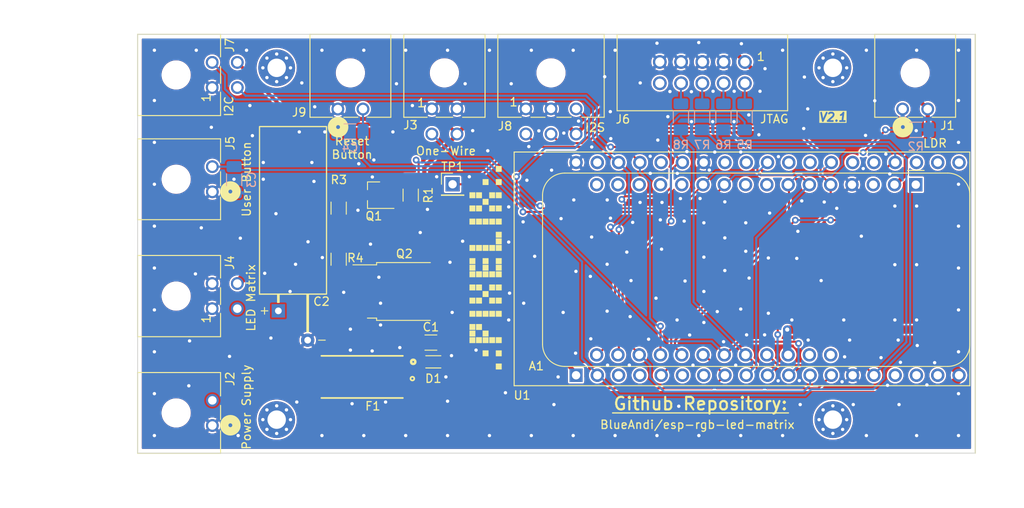
<source format=kicad_pcb>
(kicad_pcb (version 20221018) (generator pcbnew)
  (title_block (title "Pixelix") (date "2024-02-02") (rev "V2.1") (comment 1 "Schneider, Niklas"))
  (layers (0 "F.Cu" signal) (31 "B.Cu" signal) (34 "B.Paste" user) (35 "F.Paste" user) (36 "B.SilkS" user "B.Silkscreen") (37 "F.SilkS" user "F.Silkscreen") (38 "B.Mask" user) (39 "F.Mask" user) (44 "Edge.Cuts" user))
  (net 0 "")
  (net 1 "+3V3")
  (net 2 "GND")
  (net 3 "/LDR-ANALOG-IN")
  (net 4 "/I2S_WS")
  (net 5 "/I2S_CLK")
  (net 6 "/USER-BUTTON")
  (net 7 "/SDA")
  (net 8 "/SCL")
  (net 9 "/MTMS")
  (net 10 "/MTDO")
  (net 11 "/I2S_Data_IN")
  (net 12 "/LV-DATA-OUT")
  (net 13 "/MTDI")
  (net 14 "/MTCK")
  (net 15 "/RESET")
  (net 17 "/VCC-PROTECTED")
  (net 19 "/HV-DATA-OUT")
  (net 21 "/ONE-Wire_DHT_IN")
  (net 29 "Net-(Q2-D)")
  (net 30 "Net-(J2-Pin_2)")
  (net 31 "Net-(J6-Pin_2)")
  (net 32 "Net-(J6-Pin_4)")
  (net 33 "Net-(J6-Pin_6)")
  (net 34 "Net-(J6-Pin_8)")
  (net 36 "Net-(Q2-G)")
  (net 59 "/TEST_Pin")
  (footprint "footprints:FUSE_0154004.DR" (layer "F.Cu") (at 127.8 111 180)
    (fp_text reference "F1")
    (fp_text value "4A")
  )
  (footprint "footprints:66200421022" (layer "F.Cu") (at 105.6001 74.9501 -90)
    (fp_text reference "J7")
    (fp_text value "Conn_02x02")
  )
  (footprint "footprints:66200211022" (layer "F.Cu") (at 193.8251 74.7001 180)
    (fp_text reference "J1")
    (fp_text value "Conn_01x02" hide)
  )
  (footprint "footprints:66200621022" (layer "F.Cu") (at 150.3501 74.7001 180)
    (fp_text reference "J8")
    (fp_text value "Conn_02x03")
  )
  (footprint "footprints:CP_Radial_D8.0mm_P3.50mm_horizontal" (layer "F.Cu") (at 117.8 101.1125)
    (fp_text reference "C2")
    (fp_text value "1000u / 16V")
  )
  (footprint "Resistor_SMD:R_1206_3216Metric_Pad1.30x1.75mm_HandSolder" (layer "F.Cu") (at 133.6 89.3 90)
    (fp_text reference "R1")
    (fp_text value "10k")
  )
  (footprint "MountingHole:MountingHole_2.2mm_M2_Pad_Via" (layer "F.Cu") (at 117.6 116.1)
    (fp_text reference "H1" hide)
    (fp_text value "MountingHole_Pad" hide)
  )
  (footprint "Connector_PinHeader_2.54mm:PinHeader_1x01_P2.54mm_Vertical" (layer "F.Cu") (at 138.6001 88.0001)
    (fp_text reference "TP1")
    (fp_text value "TestPoint")
  )
  (footprint "Capacitor_SMD:C_1206_3216Metric_Pad1.33x1.80mm_HandSolder" (layer "F.Cu") (at 136.01 106.9)
    (fp_text reference "C1")
    (fp_text value "100n")
  )
  (footprint "MountingHole:MountingHole_2.2mm_M2_Pad_Via" (layer "F.Cu") (at 184 74.1)
    (fp_text reference "H4" hide)
    (fp_text value "MountingHole_Pad" hide)
  )
  (footprint "footprints:Adafruit_Feather_V2_ESP32" (layer "F.Cu") (at 193.9 88.0475 -90)
    (fp_text reference "A1")
    (fp_text value "Adafruit_Feather_V2_ESP32")
  )
  (footprint "MountingHole:MountingHole_2.2mm_M2_Pad_Via" (layer "F.Cu") (at 117.6 74.1)
    (fp_text reference "H3" hide)
    (fp_text value "MountingHole_Pad" hide)
  )
  (footprint "footprints:66200211022" (layer "F.Cu") (at 105.6001 87.4001 -90)
    (fp_text reference "J5")
    (fp_text value "Conn_01x02")
  )
  (footprint "footprints:66200211022" (layer "F.Cu") (at 105.6001 115.3001 -90)
    (fp_text reference "J2")
    (fp_text value "Conn_01x02" hide)
  )
  (footprint "Package_TO_SOT_SMD:TO-252-3_TabPin2" (layer "F.Cu") (at 132.8401 100.8)
    (fp_text reference "Q2")
    (fp_text value "PMOS_GDS_STD26P3LLH6")
  )
  (footprint "footprints:66200421022" (layer "F.Cu") (at 105.6001 101.3501 -90)
    (fp_text reference "J4")
    (fp_text value "Conn_02x02")
  )
  (footprint "footprints:66200211022" (layer "F.Cu") (at 126.4001 74.7001 180)
    (fp_text reference "J9")
    (fp_text value "Conn_01x02")
  )
  (footprint "MountingHole:MountingHole_2.2mm_M2_Pad_Via" (layer "F.Cu") (at 184 116.1)
    (fp_text reference "H2" hide)
    (fp_text value "MountingHole_Pad" hide)
  )
  (footprint "Resistor_SMD:R_1206_3216Metric_Pad1.30x1.75mm_HandSolder" (layer "F.Cu") (at 125.0001 90.8501 90)
    (fp_text reference "R3")
    (fp_text value "1.2k")
  )
  (footprint "footprints:66200421022" (layer "F.Cu") (at 137.6251 74.7001 180)
    (fp_text reference "J3")
    (fp_text value "Conn_02x02")
  )
  (footprint "footprints:Pixelix_Logo_footprint" (layer "F.Cu") (at 142.5001 98.0001 90)
    (fp_text reference "G***" hide)
    (fp_text value "LOGO" hide)
  )
  (footprint "Package_TO_SOT_SMD:SOT-23_Handsoldering" (layer "F.Cu") (at 129.2 89.3 180)
    (fp_text reference "Q1")
    (fp_text value "NMOS_GSD_BSS138")
  )
  (footprint "footprints:MODULE_ESP32-DEVKITC-32D" (layer "F.Cu") (at 173.1 98.1 90)
    (fp_text reference "U1")
    (fp_text value "ESP32-DEVKITC-32D")
  )
  (footprint "Resistor_SMD:R_1206_3216Metric_Pad1.30x1.75mm_HandSolder" (layer "F.Cu") (at 125 96.95 90)
    (fp_text reference "R4")
    (fp_text value "100k")
  )
  (footprint "footprints:61201021621" (layer "F.Cu") (at 168.4201 74.6701 180)
    (fp_text reference "J6")
    (fp_text value "Conn_02x05_Odd_Even")
  )
  (footprint "footprints:CDSOD323-T05C" (layer "F.Cu") (at 136.3 109.2)
    (fp_text reference "D1")
    (fp_text value "CDSOD323-T05C")
  )
  (footprint "Resistor_SMD:R_1206_3216Metric_Pad1.30x1.75mm_HandSolder" (layer "B.Cu") (at 170.933332 79.95 -90)
    (fp_text reference "R6")
    (fp_text value "100")
  )
  (footprint "Capacitor_SMD:C_1206_3216Metric_Pad1.33x1.80mm_HandSolder" (layer "B.Cu") (at 112.5221 87.4601 -90)
    (fp_text reference "C3")
    (fp_text value "100n")
  )
  (footprint "Resistor_SMD:R_1206_3216Metric_Pad1.30x1.75mm_HandSolder" (layer "B.Cu") (at 173.47 79.95 -90)
    (fp_text reference "R5")
    (fp_text value "100")
  )
  (footprint "Resistor_SMD:R_1206_3216Metric_Pad1.30x1.75mm_HandSolder" (layer "B.Cu") (at 165.86 79.95 -90)
    (fp_text reference "R8")
    (fp_text value "100")
  )
  (footprint "Resistor_SMD:R_1206_3216Metric_Pad1.30x1.75mm_HandSolder" (layer "B.Cu") (at 168.396666 79.95 -90)
    (fp_text reference "R7")
    (fp_text value "100")
  )
  (footprint "Capacitor_SMD:C_1206_3216Metric_Pad1.33x1.80mm_HandSolder" (layer "B.Cu") (at 126.3501 81.7001 180)
    (fp_text reference "C4")
    (fp_text value "100n")
  )
  (footprint "Resistor_SMD:R_1206_3216Metric_Pad1.30x1.75mm_HandSolder" (layer "B.Cu") (at 193.9001 81.5001)
    (fp_text reference "R2")
    (fp_text value "1k")
  )
  (gr_line (start 201 70.1) (end 201 120.1) (stroke (width 0.15)) (layer "F.SilkS"))
  (gr_line (start 157.7 115.3001) (end 178.7 115.3001) (stroke (width 0.15)) (layer "F.SilkS"))
  (gr_rect (start 101 70.1) (end 201 120.1) (stroke (width 0.1)) (fill none) (layer "Edge.Cuts"))
  (gr_text "I2C" (at 111.9001 78.7001 90) (layer "F.SilkS") (effects (font (size 1 1))))
  (gr_text "Reset\nButton" (at 126.6 83.65) (layer "F.SilkS") (effects (font (size 1 1))))
  (gr_text "Github Repository:" (at 168.2 114.2001) (layer "F.SilkS") (effects (font (size 1.5 1.5) (thickness 0.25))))
  (gr_text "LDR" (at 196.19 83.1) (layer "F.SilkS") (effects (font (size 1 1))))
  (gr_text "One-Wire" (at 137.8101 84.0201) (layer "F.SilkS") (effects (font (size 1 1))))
  (gr_text "Power Supply" (at 114 114.6 90) (layer "F.SilkS") (effects (font (size 1 1))))
  (gr_text "User Button" (at 114 87.400001 90) (layer "F.SilkS") (effects (font (size 1 1))))
  (gr_text "LED Matrix" (at 114.5301 101.5601 90) (layer "F.SilkS") (effects (font (size 1 1))))
  (gr_text "BlueAndi/esp-rgb-led-matrix " (at 168.2 116.7001) (layer "F.SilkS") (effects (font (size 1 1))))
  (gr_text "JTAG" (at 177.0101 80.2101) (layer "F.SilkS") (effects (font (size 1 1))))
  (gr_text "V2.1" (at 184.0001 80.0001) (layer "F.SilkS" knockout) (effects (font (size 1 1) (thickness 0.2125) italic)))
  (gr_text "I2S" (at 155.6201 81.2201) (layer "F.SilkS") (effects (font (size 1 1))))
  (segment (start 192.7 84.875) (end 192.7 86.8075) (width 0.5) (layer "F.Cu") (net 1))
  (segment (start 135.2251 85.976982) (end 135.2251 89.2249) (width 0.5) (layer "F.Cu") (net 1))
  (segment (start 193.4851 77.1801) (end 177.2801 77.1801) (width 0.5) (layer "F.Cu") (net 1))
  (segment (start 137.9601 80.8351) (end 120.2851 80.8351) (width 0.4) (layer "F.Cu") (net 1))
  (segment (start 139.1251 82.0001) (end 137.9601 80.8351) (width 0.4) (layer "F.Cu") (net 1))
  (segment (start 160.9951 72.1251) (end 157.11 76.0102) (width 0.5) (layer "F.Cu") (net 1))
  (segment (start 153.3501 82.0001) (end 151.9601 80.6101) (width 0.5) (layer "F.Cu") (net 1))
  (segment (start 133.78 90.98) (end 153.34 110.54) (width 0.5) (layer "F.Cu") (net 1))
  (segment (start 177.2801 77.1801) (end 172.2251 72.1251) (width 0.5) (layer "F.Cu") (net 1))
  (segment (start 135.2251 89.2249) (end 133.6 90.85) (width 0.5) (layer "F.Cu") (net 1))
  (segment (start 151.9601 80.6101) (end 140.5151 80.6101) (width 0.5) (layer "F.Cu") (net 1))
  (segment (start 195.3251 79.0201) (end 195.3251 82.2499) (width 0.5) (layer "F.Cu") (net 1))
  (segment (start 195.3251 82.2499) (end 192.7 84.875) (width 0.5) (layer "F.Cu") (net 1))
  (segment (start 133.78 90.85) (end 133.78 90.98) (width 0.5) (layer "F.Cu") (net 1))
  (segment (start 133.6 90.85) (end 133.78 90.85) (width 1) (layer "F.Cu") (net 1))
  (segment (start 153.34 110.54) (end 153.34 110.8) (width 0.5) (layer "F.Cu") (net 1))
  (segment (start 157.11 76.0102) (end 157.11 78.2402) (width 0.5) (layer "F.Cu") (net 1))
  (segment (start 139.1251 82.0001) (end 139.1251 82.076982) (width 0.5) (layer "F.Cu") (net 1))
  (segment (start 139.1251 82.076982) (end 135.2251 85.976982) (width 0.5) (layer "F.Cu") (net 1))
  (segment (start 120.2851 80.8351) (end 112.9001 73.4501) (width 0.4) (layer "F.Cu") (net 1))
  (segment (start 195.3251 79.0201) (end 193.4851 77.1801) (width 0.5) (layer "F.Cu") (net 1))
  (segment (start 172.2251 72.1251) (end 160.9951 72.1251) (width 0.5) (layer "F.Cu") (net 1))
  (segment (start 140.5151 80.6101) (end 139.1251 82.0001) (width 0.5) (layer "F.Cu") (net 1))
  (segment (start 157.11 78.2402) (end 153.3501 82.0001) (width 0.5) (layer "F.Cu") (net 1))
  (segment (start 192.7 86.8075) (end 191.46 88.0475) (width 0.5) (layer "F.Cu") (net 1))
  (via (at 145.4001 101.0001) (size 0.8) (drill 0.4) (layers "F.Cu" "B.Cu") (net 2))
  (via (at 194 118) (size 0.8) (drill 0.4) (layers "F.Cu" "B.Cu") (net 2))
  (via (at 113 118) (size 0.8) (drill 0.4) (layers "F.Cu" "B.Cu") (net 2))
  (via (at 103 78) (size 0.8) (drill 0.4) (layers "F.Cu" "B.Cu") (net 2))
  (via (at 114.4 78.604101) (size 0.8) (drill 0.4) (layers "F.Cu" "B.Cu") (net 2))
  (via (at 190.3251 84.4001) (size 0.8) (drill 0.4) (layers "F.Cu" "B.Cu") (net 2))
  (via (at 129.2 85.1) (size 0.8) (drill 0.4) (layers "F.Cu" "B.Cu") (net 2))
  (via (at 133 72) (size 0.8) (drill 0.4) (layers "F.Cu" "B.Cu") (net 2))
  (via (at 153 118) (size 0.8) (drill 0.4) (layers "F.Cu" "B.Cu") (net 2))
  (via (at 103 93) (size 0.8) (drill 0.4) (layers "F.Cu" "B.Cu") (net 2))
  (via (at 166.9 106) (size 0.8) (drill 0.4) (layers "F.Cu" "B.Cu") (net 2))
  (via (at 175.17 82.09) (size 0.8) (drill 0.4) (layers "F.Cu" "B.Cu") (net 2))
  (via (at 117.511961 91.511961) (size 0.8) (drill 0.4) (layers "F.Cu" "B.Cu") (net 2))
  (via (at 180.6 75.2) (size 0.8) (drill 0.4) (layers "F.Cu" "B.Cu") (net 2))
  (via (at 191.4 104.2) (size 0.8) (drill 0.4) (layers "F.Cu" "B.Cu") (net 2))
  (via (at 145.6 76) (size 0.8) (drill 0.4) (layers "F.Cu" "B.Cu") (net 2))
  (via (at 137.8 111) (size 0.8) (drill 0.4) (layers "F.Cu" "B.Cu") (net 2))
  (via (at 129 107.9) (size 0.8) (drill 0.4) (layers "F.Cu" "B.Cu") (net 2))
  (via (at 179.8201 93.6201) (size 0.8) (drill 0.4) (layers "F.Cu" "B.Cu") (net 2))
  (via (at 107.9 98.7) (size 0.8) (drill 0.4) (layers "F.Cu" "B.Cu") (net 2))
  (via (at 194 72) (size 0.8) (drill 0.4) (layers "F.Cu" "B.Cu") (net 2))
  (via (at 187.4 94.2) (size 0.8) (drill 0.4) (layers "F.Cu" "B.Cu") (net 2))
  (via (at 143 72) (size 0.8) (drill 0.4) (layers "F.Cu" "B.Cu") (net 2))
  (via (at 157.431141 79.331141) (size 0.8) (drill 0.4) (layers "F.Cu" "B.Cu") (net 2))
  (via (at 196.1501 109.3001) (size 0.8) (drill 0.4) (layers "F.Cu" "B.Cu") (net 2))
  (via (at 103 98) (size 0.8) (drill 0.4) (layers "F.Cu" "B.Cu") (net 2))
  (via (at 176.4501 91.4401) (size 0.8) (drill 0.4) (layers "F.Cu" "B.Cu") (net 2))
  (via (at 187.9 82.1655) (size 0.8) (drill 0.4) (layers "F.Cu" "B.Cu") (net 2))
  (via (at 129.02 87.13) (size 0.8) (drill 0.4) (layers "F.Cu" "B.Cu") (net 2))
  (via (at 162 106.5) (size 0.8) (drill 0.4) (layers "F.Cu" "B.Cu") (net 2))
  (via (at 175.85 105.9755) (size 0.8) (drill 0.4) (layers "F.Cu" "B.Cu") (net 2))
  (via (at 158 72) (size 0.8) (drill 0.4) (layers "F.Cu" "B.Cu") (net 2))
  (via (at 145.3001 104.2001) (size 0.8) (drill 0.4) (layers "F.Cu" "B.Cu") (net 2))
  (via (at 181.05 106.6) (size 0.8) (drill 0.4) (layers "F.Cu" "B.Cu") (net 2))
  (via (at 191.4 97.6) (size 0.8) (drill 0.4) (layers "F.Cu" "B.Cu") (net 2))
  (via (at 132.3 107.5) (size 0.8) (drill 0.4) (layers "F.Cu" "B.Cu") (net 2))
  (via (at 119.2 100.8) (size 0.8) (drill 0.4) (layers "F.Cu" "B.Cu") (net 2))
  (via (at 160.9801 90.1701) (size 0.8) (drill 0.4) (layers "F.Cu" "B.Cu") (net 2))
  (via (at 163.1 82.724011) (size 0.8) (drill 0.4) (layers "F.Cu" "B.Cu") (net 2))
  (via (at 168.6 92.6) (size 0.8) (drill 0.4) (layers "F.Cu" "B.Cu") (net 2))
  (via (at 159.8 103.8) (size 0.8) (drill 0.4) (layers "F.Cu" "B.Cu") (net 2))
  (via (at 151.2 111) (size 0.8) (drill 0.4) (layers "F.Cu" "B.Cu") (net 2))
  (via (at 173 118) (size 0.8) (drill 0.4) (layers "F.Cu" "B.Cu") (net 2))
  (via (at 190.5251 112.0001) (size 0.8) (drill 0.4) (layers "F.Cu" "B.Cu") (net 2))
  (via (at 155.2101 83.5505) (size 0.8) (drill 0.4) (layers "F.Cu" "B.Cu") (net 2))
  (via (at 148 118) (size 0.8) (drill 0.4) (layers "F.Cu" "B.Cu") (net 2))
  (via (at 180 111.440989) (size 0.8) (drill 0.4) (layers "F.Cu" "B.Cu") (net 2))
  (via (at 114 72) (size 0.8) (drill 0.4) (layers "F.Cu" "B.Cu") (net 2))
  (via (at 157.05 97.55) (size 0.8) (drill 0.4) (layers "F.Cu" "B.Cu") (net 2))
  (via (at 185.1 111.5755) (size 0.8) (drill 0.4) (layers "F.Cu" "B.Cu") (net 2))
  (via (at 185.3 104.2) (size 0.8) (drill 0.4) (layers "F.Cu" "B.Cu") (net 2))
  (via (at 148.9001 81.6201) (size 0.8) (drill 0.4) (layers "F.Cu" "B.Cu") (net 2))
  (via (at 147.7001 83.5001) (size 0.8) (drill 0.4) (layers "F.Cu" "B.Cu") (net 2))
  (via (at 173.6 96) (size 0.8) (drill 0.4) (layers "F.Cu" "B.Cu") (net 2))
  (via (at 165.4 104.2) (size 0.8) (drill 0.4) (layers "F.Cu" "B.Cu") (net 2))
  (via (at 114.7 82.2) (size 0.8) (drill 0.4) (layers "F.Cu" "B.Cu") (net 2))
  (via (at 157.060186 89.8706) (size 0.8) (drill 0.4) (layers "F.Cu" "B.Cu") (net 2))
  (via (at 116 85.4) (size 0.8) (drill 0.4) (layers "F.Cu" "B.Cu") (net 2))
  (via (at 133.8 78.604101) (size 0.8) (drill 0.4) (layers "F.Cu" "B.Cu") (net 2))
  (via (at 199 72) (size 0.8) (drill 0.4) (layers "F.Cu" "B.Cu") (net 2))
  (via (at 199 78) (size 0.8) (drill 0.4) (layers "F.Cu" "B.Cu") (net 2))
  (via (at 150.417399 86.317399) (size 0.8) (drill 0.4) (layers "F.Cu" "B.Cu") (net 2))
  (via (at 136.7 87.1) (size 0.8) (drill 0.4) (layers "F.Cu" "B.Cu") (net 2))
  (via (at 151.8801 81.8901) (size 0.8) (drill 0.4) (layers "F.Cu" "B.Cu") (net 2))
  (via (at 170.95 106.8) (size 0.8) (drill 0.4) (layers "F.Cu" "B.Cu") (net 2))
  (via (at 140.6001 87.1001) (size 0.8) (drill 0.4) (layers "F.Cu" "B.Cu") (net 2))
  (via (at 150.7 114.3) (size 0.8) (drill 0.4) (layers "F.Cu" "B.Cu") (net 2))
  (via (at 135.6 91) (size 0.8) (drill 0.4) (layers "F.Cu" "B.Cu") (net 2))
  (via (at 109.8 81.2) (size 0.8) (drill 0.4) (layers "F.Cu" "B.Cu") (net 2))
  (via (at 169.65 80.5245) (size 0.8) (drill 0.4) (layers "F.Cu" "B.Cu") (net 2))
  (via (at 173 84.1501) (size 0.8) (drill 0.4) (layers "F.Cu" "B.Cu") (net 2))
  (via (at 103 118) (size 0.8) (drill 0.4) (layers "F.Cu" "B.Cu") (net 2))
  (via (at 194.0751 107.2501) (size 0.8) (drill 0.4) (layers "F.Cu" "B.Cu") (net 2))
  (via (at 173.7 105.9755) (size 0.8) (drill 0.4) (layers "F.Cu" "B.Cu") (net 2))
  (via (at 174 99.2) (size 0.8) (drill 0.4) (layers "F.Cu" "B.Cu") (net 2))
  (via (at 168.6 96.7) (size 0.8) (drill 0.4) (layers "F.Cu" "B.Cu") (net 2))
  (via (at 162.2 86.7) (size 0.8) (drill 0.4) (layers "F.Cu" "B.Cu") (net 2))
  (via (at 144.91 112.89) (size 0.8) (drill 0.4) (layers "F.Cu" "B.Cu") (net 2))
  (via (at 119.852465 97.552465) (size 0.8) (drill 0.4) (layers "F.Cu" "B.Cu") (net 2))
  (via (at 168.6 104.5) (size 0.8) (drill 0.4) (layers "F.Cu" "B.Cu") (net 2))
  (via (at 107.1101 112.0601) (size 0.8) (drill 0.4) (layers "F.Cu" "B.Cu") (net 2))
  (via (at 142.8001 84.0001) (size 0.8) (drill 0.4) (layers "F.Cu" "B.Cu") (net 2))
  (via (at 160.1 92.55) (size 0.8) (drill 0.4) (layers "F.Cu" "B.Cu") (net 2))
  (via (at 128.8 95.15) (size 0.8) (drill 0.4) (layers "F.Cu" "B.Cu") (net 2))
  (via (at 140.1 76) (size 0.8) (drill 0.4) (layers "F.Cu" "B.Cu") (net 2))
  (via (at 163.6001 90.1701) (size 0.8) (drill 0.4) (layers "F.Cu" "B.Cu") (net 2))
  (via (at 178 118) (size 0.8) (drill 0.4) (layers "F.Cu" "B.Cu") (net 2))
  (via (at 123 118) (size 0.8) (drill 0.4) (layers "F.Cu" "B.Cu") (net 2))
  (via (at 138.55 103.3) (size 0.8) (drill 0.4) (layers "F.Cu" "B.Cu") (net 2))
  (via (at 173.96 79.72) (size 0.8) (drill 0.4) (layers "F.Cu" "B.Cu") (net 2))
  (via (at 121.8 85.4) (size 0.8) (drill 0.4) (layers "F.Cu" "B.Cu") (net 2))
  (via (at 103 108) (size 0.8) (drill 0.4) (layers "F.Cu" "B.Cu") (net 2))
  (via (at 167.12 80.5245) (size 0.8) (drill 0.4) (layers "F.Cu" "B.Cu") (net 2))
  (via (at 186 106.6) (size 0.8) (drill 0.4) (layers "F.Cu" "B.Cu") (net 2))
  (via (at 129.8 99.1) (size 0.8) (drill 0.4) (layers "F.Cu" "B.Cu") (net 2))
  (via (at 180.1 114.3) (size 0.8) (drill 0.4) (layers "F.Cu" "B.Cu") (net 2))
  (via (at 180.286049 89.986049) (size 0.8) (drill 0.4) (layers "F.Cu" "B.Cu") (net 2))
  (via (at 182.6 99.5) (size 0.8) (drill 0.4) (layers "F.Cu" "B.Cu") (net 2))
  (via (at 194 104.2) (size 0.8) (drill 0.4) (layers "F.Cu" "B.Cu") (net 2))
  (via (at 199 88) (size 0.8) (drill 0.4) (layers "F.Cu" "B.Cu") (net 2))
  (via (at 199 93) (size 0.8) (drill 0.4) (layers "F.Cu" "B.Cu") (net 2))
  (via (at 168.1445 89.7) (size 0.8) (drill 0.4) (layers "F.Cu" "B.Cu") (net 2))
  (via (at 177.4701 111.4601) (size 0.8) (drill 0.4) (layers "F.Cu" "B.Cu") (net 2))
  (via (at 133 118) (size 0.8) (drill 0.4) (layers "F.Cu" "B.Cu") (net 2))
  (via (at 103 72) (size 0.8) (drill 0.4) (layers "F.Cu" "B.Cu") (net 2))
  (via (at 199 103) (size 0.8) (drill 0.4) (layers "F.Cu" "B.Cu") (net 2))
  (via (at 199 118) (size 0.8) (drill 0.4) (layers "F.Cu" "B.Cu") (net 2))
  (via (at 159.7 109.6) (size 0.8) (drill 0.4) (layers "F.Cu" "B.Cu") (net 2))
  (via (at 163 118) (size 0.8) (drill 0.4) (layers "F.Cu" "B.Cu") (net 2))
  (via (at 177.5 84.7) (size 0.8) (drill 0.4) (layers "F.Cu" "B.Cu") (net 2))
  (via (at 138.287536 97.312464) (size 0.8) (drill 0.4) (layers "F.Cu" "B.Cu") (net 2))
  (via (at 148 72) (size 0.8) (drill 0.4) (layers "F.Cu" "B.Cu") (net 2))
  (via (at 189 78.0296) (size 0.8) (drill 0.4) (layers "F.Cu" "B.Cu") (net 2))
  (via (at 141.0001 81.6001) (size 0.8) (drill 0.4) (layers "F.Cu" "B.Cu") (net 2))
  (via (at 120.6 75.9) (size 0.8) (drill 0.4) (layers "F.Cu" "B.Cu") (net 2))
  (via (at 113.2601 94.4401) (size 0.8) (drill 0.4) (layers "F.Cu" "B.Cu") (net 2))
  (via (at 165.4251 86.7001) (size 0.8) (drill 0.4) (layers "F.Cu" "B.Cu") (net 2))
  (via (at 164.3 79.93) (size 0.8) (drill 0.4) (layers "F.Cu" "B.Cu") (net 2))
  (via (at 159.9 99.5) (size 0.8) (drill 0.4) (layers "F.Cu" "B.Cu") (net 2))
  (via (at 103 103) (size 0.8) (drill 0.4) (layers "F.Cu" "B.Cu") (net 2))
  (via (at 153.069187 89.8706) (size 0.8) (drill 0.4) (layers "F.Cu" "B.Cu") (net 2))
  (via (at 171.1 90.1) (size 0.8) (drill 0.4) (layers "F.Cu" "B.Cu") (net 2))
  (via (at 108 72) (size 0.8) (drill 0.4) (layers "F.Cu" "B.Cu") (net 2))
  (via (at 138.47 108.46) (size 0.8) (drill 0.4) (layers "F.Cu" "B.Cu") (net 2))
  (via (at 126.4 105.3) (size 0.8) (drill 0.4) (layers "F.Cu" "B.Cu") (net 2))
  (via (at 151.55 92.1) (size 0.8) (drill 0.4) (layers "F.Cu" "B.Cu") (net 2))
  (via (at 157.45 92.05) (size 0.8) (drill 0.4) (layers "F.Cu" "B.Cu") (net 2))
  (via (at 147.09 102.2001) (size 0.8) (drill 0.4) (layers "F.Cu" "B.Cu") (net 2))
  (via (at 153 72) (size 0.8) (drill 0.4) (layers "F.Cu" "B.Cu") (net 2))
  (via (at 167.9901 71.0801) (size 0.8) (drill 0.4) (layers "F.Cu" "B.Cu") (net 2))
  (via (at 194 97.6) (size 0.8) (drill 0.4) (layers "F.Cu" "B.Cu") (net 2))
  (via (at 194 90.6) (size 0.8) (drill 0.4) (layers "F.Cu" "B.Cu") (net 2))
  (via (at 178 72) (size 0.8) (drill 0.4) (layers "F.Cu" "B.Cu") (net 2))
  (via (at 123 72) (size 0.8) (drill 0.4) (layers "F.Cu" "B.Cu") (net 2))
  (via (at 159.4 96.1) (size 0.8) (drill 0.4) (layers "F.Cu" "B.Cu") (net 2))
  (via (at 145.3001 94.9001) (size 0.8) (drill 0.4) (layers "F.Cu" "B.Cu") (net 2))
  (via (at 123.05 96.75) (size 0.8) (drill 0.4) (layers "F.Cu" "B.Cu") (net 2))
  (via (at 156.759412 75.159412) (size 0.8) (drill 0.4) (layers "F.Cu" "B.Cu") (net 2))
  (via (at 163.4 92.25) (size 0.8) (drill 0.4) (layers "F.Cu" "B.Cu") (net 2))
  (via (at 199 108) (size 0.8) (drill 0.4) (layers "F.Cu" "B.Cu") (net 2))
  (via (at 168 118) (size 0.8) (drill 0.4) (layers "F.Cu" "B.Cu") (net 2))
  (via (at 172.22 76.9) (size 0.8) (drill 0.4) (layers "F.Cu" "B.Cu") (net 2))
  (via (at 169.9 84.16) (size 0.8) (drill 0.4) (layers "F.Cu" "B.Cu") (net 2))
  (via (at 191.9 114.3) (size 0.8) (drill 0.4) (layers "F.Cu" "B.Cu") (net 2))
  (via (at 103 88) (size 0.8) (drill 0.4) (layers "F.Cu" "B.Cu") (net 2))
  (via (at 116 87.4) (size 0.8) (drill 0.4) (layers "F.Cu" "B.Cu") (net 2))
  (via (at 161 75.9) (size 0.8) (drill 0.4) (layers "F.Cu" "B.Cu") (net 2))
  (via (at 123.35 81.75) (size 0.8) (drill 0.4) (layers "F.Cu" "B.Cu") (net 2))
  (via (at 131.9 76) (size 0.8) (drill 0.4) (layers "F.Cu" "B.Cu") (net 2))
  (via (at 162.8846 101.6) (size 0.8) (drill 0.4) (layers "F.Cu" "B.Cu") (net 2))
  (via (at 157.487706 82.551026) (size 0.8) (drill 0.4) (layers "F.Cu" "B.Cu") (net 2))
  (via (at 172.2 80.53) (size 0.8) (drill 0.4) (layers "F.Cu" "B.Cu") (net 2))
  (via (at 116.1701 98.6301) (size 0.8) (drill 0.4) (layers "F.Cu" "B.Cu") (net 2))
  (via (at 175.9 74.2) (size 0.8) (drill 0.4) (layers "F.Cu" "B.Cu") (net 2))
  (via (at 138 118) (size 0.8) (drill 0.4) (layers "F.Cu" "B.Cu") (net 2))
  (via (at 175.3 76.9) (size 0.8) (drill 0.4) (layers "F.Cu" "B.Cu") (net 2))
  (via (at 171.1 98.3) (size 0.8) (drill 0.4) (layers "F.Cu" "B.Cu") (net 2))
  (via (at 165.8001 89.7101) (size 0.8) (drill 0.4) (layers "F.Cu" "B.Cu") (net 2))
  (via (at 199 113) (size 0.8) (drill 0.4) (layers "F.Cu" "B.Cu") (net 2))
  (via (at 120 114) (size 0.8) (drill 0.4) (layers "F.Cu" "B.Cu") (net 2))
  (via (at 157.05 103.15) (size 0.8) (drill 0.4) (layers "F.Cu" "B.Cu") (net 2))
  (via (at 199 83) (size 0.8) (drill 0.4) (layers "F.Cu" "B.Cu") (net 2))
  (via (at 182.9701 90.1201) (size 0.8) (drill 0.4) (layers "F.Cu" "B.Cu") (net 2))
  (via (at 193.9501 81.6001) (size 0.8) (drill 0.4) (layers "F.Cu" "B.Cu") (net 2))
  (via (at 138 113.9) (size 0.8) (drill 0.4) (layers "F.Cu" "B.Cu") (net 2))
  (via (at 139.8001 94.8001) (size 0.8) (drill 0.4) (layers "F.Cu" "B.Cu") (net 2))
  (via (at 168.6 100.8) (size 0.8) (drill 0.4) (layers "F.Cu" "B.Cu") (net 2))
  (via (at 169.7 76.9) (size 0.8) (drill 0.4) (layers "F.Cu" "B.Cu") (net 2))
  (via (at 145.3001 90.7001) (size 0.8) (drill 0.4) (layers "F.Cu" "B.Cu") (net 2))
  (via (at 122.1401 78.7501) (size 0.8) (drill 0.4) (layers "F.Cu" "B.Cu") (net 2))
  (via (at 153.6401 80.4601) (size 0.8) (drill 0.4) (layers "F.Cu" "B.Cu") (net 2))
  (via (at 151.8 103.3) (size 0.8) (drill 0.4) (layers "F.Cu" "B.Cu") (net 2))
  (via (at 141.4001 107.8) (size 0.8) (drill 0.4) (layers "F.Cu" "B.Cu") (net 2))
  (via (at 138 72) (size 0.8) (drill 0.4) (layers "F.Cu" "B.Cu") (net 2))
  (via (at 147.02 92.49) (size 0.8) (drill 0.4) (layers "F.Cu" "B.Cu") (net 2))
  (via (at 103 113) (size 0.8) (drill 0.4) (layers "F.Cu" "B.Cu") (net 2))
  (via (at 191.4 90.6) (size 0.8) (drill 0.4) (layers "F.Cu" "B.Cu") (net 2))
  (via (at 176.3 103.4) (size 0.8) (drill 0.4) (layers "F.Cu" "B.Cu") (net 2))
  (via (at 108.6 93.2) (size 0.8) (drill 0.4) (layers "F.Cu" "B.Cu") (net 2))
  (via (at 155.1 106.45) (size 0.8) (drill 0.4) (layers "F.Cu" "B.Cu") (net 2))
  (via (at 179.1 104.2) (size 0.8) (drill 0.4) (layers "F.Cu" "B.Cu") (net 2))
  (via (at 128 118) (size 0.8) (drill 0.4) (layers "F.Cu" "B.Cu") (net 2))
  (via (at 134.737536 93.762464) (size 0.8) (drill 0.4) (layers "F.Cu" "B.Cu") (net 2))
  (via (at 130 104.8) (size 0.8) (drill 0.4) (layers "F.Cu" "B.Cu") (net 2))
  (via (at 153.3255 98.4) (size 0.8) (drill 0.4) (layers "F.Cu" "B.Cu") (net 2))
  (via (at 173.6 92.6) (size 0.8) (drill 0.4) (layers "F.Cu" "B.Cu") (net 2))
  (via (at 172.4 109.6) (size 0.8) (drill 0.4) (layers "F.Cu" "B.Cu") (net 2))
  (via (at 184.4645 90.870556) (size 0.8) (drill 0.4) (layers "F.Cu" "B.Cu") (net 2))
  (via (at 130 102.2001) (size 0.8) (drill 0.4) (layers "F.Cu" "B.Cu") (net 2))
  (via (at 181 79) (size 0.8) (drill 0.4) (layers "F.Cu" "B.Cu") (net 2))
  (via (at 187.6251 86.1251) (size 0.8) (drill 0.4) (layers "F.Cu" "B.Cu") (net 2))
  (via (at 185.4 108.6) (size 0.8) (drill 0.4) (layers "F.Cu" "B.Cu") (net 2))
  (via (at 155.05 99) (size 0.8) (drill 0.4) (layers "F.Cu" "B.Cu") (net 2))
  (via (at 107.2 106.7) (size 0.8) (drill 0.4) (layers "F.Cu" "B.Cu") (net 2))
  (via (at 143 118) (size 0.8) (drill 0.4) (layers "F.Cu" "B.Cu") (net 2))
  (via (at 126.4 107.8) (size 0.8) (drill 0.4) (layers "F.Cu" "B.Cu") (net 2))
  (via (at 170.2 103.2) (size 0.8) (drill 0.4) (layers "F.Cu" "B.Cu") (net 2))
  (via (at 189.75 108.7) (size 0.8) (drill 0.4) (layers "F.Cu" "B.Cu") (net 2))
  (via (at 186.436 114.3) (size 0.8) (drill 0.4) (layers "F.Cu" "B.Cu") (net 2))
  (via (at 127.3001 91.1001) (size 0.8) (drill 0.4) (layers "F.Cu" "B.Cu") (net 2))
  (via (at 158 118) (size 0.8) (drill 0.4) (layers "F.Cu" "B.Cu") (net 2))
  (via (at 167.11 76.95) (size 0.8) (drill 0.4) (layers "F.Cu" "B.Cu") (net 2))
  (via (at 165.6001 114.5001) (size 0.8) (drill 0.4) (layers "F.Cu" "B.Cu") (net 2))
  (via (at 190.7946 86.764547) (size 0.8) (drill 0.4) (layers "F.Cu" "B.Cu") (net 2))
  (via (at 191.8 106.6) (size 0.8) (drill 0.4) (layers "F.Cu" "B.Cu") (net 2))
  (via (at 157.1 109.6) (size 0.8) (drill 0.4) (layers "F.Cu" "B.Cu") (net 2))
  (via (at 128 72) (size 0.8) (drill 0.4) (layers "F.Cu" "B.Cu") (net 2))
  (via (at 167.3 109.6) (size 0.8) (drill 0.4) (layers "F.Cu" "B.Cu") (net 2))
  (via (at 171.1 94.4) (size 0.8) (drill 0.4) (layers "F.Cu" "B.Cu") (net 2))
  (via (at 163.55 95.75) (size 0.8) (drill 0.4) (layers "F.Cu" "B.Cu") (net 2))
  (via (at 126.6 114.2) (size 0.8) (drill 0.4) (layers "F.Cu" "B.Cu") (net 2))
  (via (at 195.2251 111.9501) (size 0.8) (drill 0.4) (layers "F.Cu" "B.Cu") (net 2))
  (via (at 180.520049 81.345451) (size 0.8) (drill 0.4) (layers "F.Cu" "B.Cu") (net 2))
  (via (at 155.2 94.3) (size 0.8) (drill 0.4) (layers "F.Cu" "B.Cu") (net 2))
  (via (at 103 83) (size 0.8) (drill 0.4) (layers "F.Cu" "B.Cu") (net 2))
  (via (at 173.0801 71.2201) (size 0.8) (drill 0.4) (layers "F.Cu" "B.Cu") (net 2))
  (via (at 122.0501 87.6601) (size 0.8) (drill 0.4) (layers "F.Cu" "B.Cu") (net 2))
  (via (at 199 98) (size 0.8) (drill 0.4) (layers "F.Cu" "B.Cu") (net 2))
  (via (at 131.475 81.75) (size 0.8) (drill 0.4) (layers "F.Cu" "B.Cu") (net 2))
  (via (at 163.0001 71.1601) (size 0.8) (drill 0.4) (layers "F.Cu" "B.Cu") (net 2))
  (via (at 127.4 85.55) (size 0.8) (drill 0.4) (layers "F.Cu" "B.Cu") (net 2))
  (via (at 166.25 92.4) (size 0.8) (drill 0.4) (layers "F.Cu" "B.Cu") (net 2))
  (via (at 116.9101 106.3601) (size 0.8) (drill 0.4) (layers "F.Cu" "B.Cu") (net 2))
  (via (at 121.340064 94.865064) (size 0.8) (drill 0.4) (layers "F.Cu" "B.Cu") (net 2))
  (via (at 188 118) (size 0.8) (drill 0.4) (layers "F.Cu" "B.Cu") (net 2))
  (via (at 166.35 99.55) (size 0.8) (drill 0.4) (layers "F.Cu" "B.Cu") (net 2))
  (via (at 125.6 100.9) (size 0.8) (drill 0.4) (layers "F.Cu" "B.Cu") (net 2))
  (via (at 120.3 81.75) (size 0.8) (drill 0.4) (layers "F.Cu" "B.Cu") (net 2))
  (via (at 192.066045 109.258554) (size 0.8) (drill 0.4) (layers "F.Cu" "B.Cu") (net 2))
  (via (at 148.4 96.6) (size 0.8) (drill 0.4) (layers "F.Cu" "B.Cu") (net 2))
  (via (at 153.285309 108.164691) (size 0.8) (drill 0.4) (layers "F.Cu" "B.Cu") (net 2))
  (via (at 130.6 114) (size 0.8) (drill 0.4) (layers "F.Cu" "B.Cu") (net 2))
  (via (at 111.9701 108.5501) (size 0.8) (drill 0.4) (layers "F.Cu" "B.Cu") (net 2))
  (via (at 176.3 96.8) (size 0.8) (drill 0.4) (layers "F.Cu" "B.Cu") (net 2))
  (via (at 166.5751 84.1001) (size 0.8) (drill 0.4) (layers "F.Cu" "B.Cu") (net 2))
  (via (at 147.4701 87.5201) (size 0.8) (drill 0.4) (layers "F.Cu" "B.Cu") (net 2))
  (via (at 173 102.9) (size 0.8) (drill 0.4) (layers "F.Cu" "B.Cu") (net 2))
  (via (at 188 72) (size 0.8) (drill 0.4) (layers "F.Cu" "B.Cu") (net 2))
  (via (at 169.249107 86.309149) (size 0.8) (drill 0.4) (layers "F.Cu" "B.Cu") (net 2))
  (via (at 179.6901 96.8501) (size 0.8) (drill 0.4) (layers "F.Cu" "B.Cu") (net 2))
  (via (at 164.55 76.93) (size 0.8) (drill 0.4) (layers "F.Cu" "B.Cu") (net 2))
  (via (at 112.5 87.4) (size 0.8) (drill 0.4) (layers "F.Cu" "B.Cu") (net 2))
  (via (at 162.19 84.66) (size 0.8) (drill 0.4) (layers "F.Cu" "B.Cu") (net 2))
  (segment (start 163.5 110.8) (end 164.70059 109.59941) (width 0.25) (layer "F.Cu") (net 3))
  (segment (start 187.6201 84.2101) (end 190.2801 81.5501) (width 0.25) (layer "F.Cu") (net 3))
  (segment (start 190.2801 81.5501) (end 190.2801 81.5001) (width 0.2) (layer "F.Cu") (net 3))
  (segment (start 164.70059 109.59941) (end 164.70059 106.39941) (width 0.25) (layer "F.Cu") (net 3))
  (segment (start 178.76 92.34) (end 178.76 88.0475) (width 0.25) (layer "F.Cu") (net 3))
  (segment (start 164.70059 106.39941) (end 178.76 92.34) (width 0.25) (layer "F.Cu") (net 3))
  (via (at 187.6201 84.2101) (size 0.8) (drill 0.4) (layers "F.Cu" "B.Cu") (net 3))
  (via (at 190.2801 81.5001) (size 0.8) (drill 0.4) (layers "F.Cu" "B.Cu") (net 3))
  (segment (start 179.8074 86.9001) (end 183.8801 86.9001) (width 0.2) (layer "B.Cu") (net 3))
  (segment (start 192.3501 81.5001) (end 190.2801 81.5001) (width 0.25) (layer "B.Cu") (net 3))
  (segment (start 192.3251 81.4751) (end 192.3251 79.0201) (width 0.5) (layer "B.Cu") (net 3))
  (segment (start 178.66 88.0475) (end 179.8074 86.9001) (width 0.2) (layer "B.Cu") (net 3))
  (segment (start 192.3501 81.5001) (end 192.3251 81.4751) (width 0.5) (layer "B.Cu") (net 3))
  (segment (start 185.5901 84.2101) (end 187.6201 84.2101) (width 0.2) (layer "B.Cu") (net 3))
  (segment (start 185.1001 84.7001) (end 185.5901 84.2101) (width 0.2) (layer "B.Cu") (net 3))
  (segment (start 183.8801 86.9001) (end 185.1001 85.6801) (width 0.2) (layer "B.Cu") (net 3))
  (segment (start 185.1001 85.6801) (end 185.1001 84.7001) (width 0.2) (layer "B.Cu") (net 3))
  (segment (start 175.4074 86.9225) (end 180.075 86.9225) (width 0.25) (layer "F.Cu") (net 4))
  (segment (start 147.3501 82.0001) (end 148.889601 83.539601) (width 0.25) (layer "F.Cu") (net 4))
  (segment (start 148.889601 83.539601) (end 154.196401 83.539601) (width 0.25) (layer "F.Cu") (net 4))
  (segment (start 155.986401 81.749601) (end 171.785997 81.749601) (width 0.25) (layer "F.Cu") (net 4))
  (segment (start 171.785997 81.749601) (end 174.995 84.958604) (width 0.25) (layer "F.Cu") (net 4))
  (segment (start 174.995 86.5101) (end 175.4074 86.9225) (width 0.25) (layer "F.Cu") (net 4))
  (segment (start 154.196401 83.539601) (end 155.986401 81.749601) (width 0.25) (layer "F.Cu") (net 4))
  (segment (start 180.075 86.9225) (end 181.2 88.0475) (width 0.25) (layer "F.Cu") (net 4))
  (segment (start 174.995 84.958604) (end 174.995 86.5101) (width 0.25) (layer "F.Cu") (net 4))
  (segment (start 174.85 109.61) (end 174.85 94.3975) (width 0.25) (layer "B.Cu") (net 4))
  (segment (start 174.85 94.3975) (end 181.2 88.0475) (width 0.25) (layer "B.Cu") (net 4))
  (segment (start 173.66 110.8) (end 174.85 109.61) (width 0.25) (layer "B.Cu") (net 4))
  (segment (start 177.4201 105.9401) (end 177.4201 97.3901) (width 0.25) (layer "F.Cu") (net 5))
  (segment (start 155.800212 81.3001) (end 179.4501 81.3001) (width 0.25) (layer "F.Cu") (net 5))
  (segment (start 182.5301 84.3801) (end 182.5301 86.8376) (width 0.25) (layer "F.Cu") (net 5))
  (segment (start 177.4201 97.3901) (end 183.74 91.0702) (width 0.25) (layer "F.Cu") (net 5))
  (segment (start 182.5301 86.8376) (end 183.74 88.0475) (width 0.25) (layer "F.Cu") (net 5))
  (segment (start 183.74 91.0702) (end 183.74 88.0475) (width 0.25) (layer "F.Cu") (net 5))
  (segment (start 150.3501 82.0001) (end 151.4401 83.0901) (width 0.25) (layer "F.Cu") (net 5))
  (segment (start 151.4401 83.0901) (end 154.010212 83.0901) (width 0.25) (layer "F.Cu") (net 5))
  (segment (start 154.010212 83.0901) (end 155.800212 81.3001) (width 0.25) (layer "F.Cu") (net 5))
  (segment (start 179.4501 81.3001) (end 182.5301 84.3801) (width 0.25) (layer "F.Cu") (net 5))
  (via (at 177.4201 105.9401) (size 0.8) (drill 0.4) (layers "F.Cu" "B.Cu") (net 5))
  (segment (start 177.4 105.9602) (end 177.4 109.6) (width 0.25) (layer "B.Cu") (net 5))
  (segment (start 177.4 109.6) (end 176.2 110.8) (width 0.25) (layer "B.Cu") (net 5))
  (segment (start 177.4 105.9602) (end 177.4201 105.9401) (width 0.25) (layer "B.Cu") (net 5))
  (segment (start 171.14 88.0475) (end 167.8875 91.3) (width 0.25) (layer "F.Cu") (net 6))
  (segment (start 167.8875 91.3) (end 147 91.3) (width 0.25) (layer "F.Cu") (net 6))
  (via (at 147 91.3) (size 0.8) (drill 0.4) (layers "F.Cu" "B.Cu") (net 6))
  (segment (start 147 91.3) (end 147 90.825) (width 0.25) (layer "B.Cu") (net 6))
  (segment (start 182.72 86.5) (end 179.6101 86.5) (width 0.2) (layer "B.Cu") (net 6))
  (segment (start 147 90.825) (end 142.475 86.3) (width 0.25) (layer "B.Cu") (net 6))
  (segment (start 172.287999 86.899501) (end 171.14 88.0475) (width 0.2) (layer "B.Cu") (net 6))
  (segment (start 179.210599 86.899501) (end 172.287999 86.899501) (width 0.2) (layer "B.Cu") (net 6))
  (segment (start 142.475 86.3) (end 112.9245 86.3) (width 0.25) (layer "B.Cu") (net 6))
  (segment (start 179.6101 86.5) (end 179.210599 86.899501) (width 0.2) (layer "B.Cu") (net 6))
  (segment (start 112.9245 86.3) (end 112.5221 85.8976) (width 0.25) (layer "B.Cu") (net 6))
  (segment (start 183.82 85.4) (end 182.72 86.5) (width 0.2) (layer "B.Cu") (net 6))
  (segment (start 112.5196 85.9001) (end 109.9201 85.9001) (width 0.25) (layer "B.Cu") (net 6))
  (segment (start 112.5221 85.8976) (end 112.5196 85.9001) (width 0.25) (layer "B.Cu") (net 6))
  (segment (start 157.45 93.45) (end 157.45 93.1) (width 0.25) (layer "F.Cu") (net 7))
  (segment (start 163.6277 89.4301) (end 159.1699 89.4301) (width 0.25) (layer "F.Cu") (net 7))
  (segment (start 158 106.2675) (end 158 94) (width 0.25) (layer "F.Cu") (net 7))
  (segment (start 164.1905 83.5505) (end 157.4701 83.5505) (width 0.25) (layer "F.Cu") (net 7))
  (segment (start 164.67 88.3878) (end 163.6277 89.4301) (width 0.25) (layer "F.Cu") (net 7))
  (segment (start 159.1699 89.4301) (end 158.8 89.8) (width 0.25) (layer "F.Cu") (net 7))
  (segment (start 155.9 108.3675) (end 158 106.2675) (width 0.25) (layer "F.Cu") (net 7))
  (segment (start 166.04 85.4) (end 164.1905 83.5505) (width 0.25) (layer "F.Cu") (net 7))
  (segment (start 165.6 85.4) (end 164.67 86.33) (width 0.25) (layer "F.Cu") (net 7))
  (segment (start 164.67 86.33) (end 164.67 88.3878) (width 0.25) (layer "F.Cu") (net 7))
  (segment (start 166.04 85.4) (end 165.6 85.4) (width 0.25) (layer "F.Cu") (net 7))
  (segment (start 158 94) (end 157.45 93.45) (width 0.25) (layer "F.Cu") (net 7))
  (via (at 157.45 93.1) (size 0.8) (drill 0.4) (layers "F.Cu" "B.Cu") (net 7))
  (via (at 157.4701 83.5505) (size 0.8) (drill 0.4) (layers "F.Cu" "B.Cu") (net 7))
  (via (at 158.8 89.8) (size 0.8) (drill 0.4) (layers "F.Cu" "B.Cu") (net 7))
  (segment (start 112.9001 76.4501) (end 113.8801 77.4301) (width 0.25) (layer "B.Cu") (net 7))
  (segment (start 154.545804 77.4301) (end 155.813387 78.697683) (width 0.25) (layer "B.Cu") (net 7))
  (segment (start 157.7252 93.1) (end 157.45 93.1) (width 0.25) (layer "B.Cu") (net 7))
  (segment (start 157.1905 83.5505) (end 157.4701 83.5505) (width 0.25) (layer "B.Cu") (net 7))
  (segment (start 113.8801 77.4301) (end 154.545804 77.4301) (width 0.25) (layer "B.Cu") (net 7))
  (segment (start 159.200589 90.200589) (end 159.200589 91.624611) (width 0.25) (layer "B.Cu") (net 7))
  (segment (start 155.813387 82.173387) (end 157.1905 83.5505) (width 0.25) (layer "B.Cu") (net 7))
  (segment (start 155.813387 78.697683) (end 155.813387 82.173387) (width 0.25) (layer "B.Cu") (net 7))
  (segment (start 158.8 89.8) (end 159.200589 90.200589) (width 0.25) (layer "B.Cu") (net 7))
  (segment (start 159.200589 91.624611) (end 157.7252 93.1) (width 0.25) (layer "B.Cu") (net 7))
  (segment (start 158.45 108.3575) (end 158.45 93.4) (width 0.25) (layer "F.Cu") (net 8))
  (segment (start 158.44 108.3675) (end 158.45 108.3575) (width 0.25) (layer "F.Cu") (net 8))
  (via (at 158.45 93.4) (size 0.8) (drill 0.4) (layers "F.Cu" "B.Cu") (net 8))
  (segment (start 111.4201 74.9701) (end 111.4201 76.6221) (width 0.25) (layer "B.Cu") (net 8))
  (segment (start 158.295002 85.4) (end 158.42 85.4) (width 0.25) (layer "B.Cu") (net 8))
  (segment (start 159.6501 91.810804) (end 158.45 93.010904) (width 0.25) (layer "B.Cu") (net 8))
  (segment (start 158.45 93.010904) (end 158.45 93.4) (width 0.25) (layer "B.Cu") (net 8))
  (segment (start 154.359601 77.879601) (end 155.363886 78.883886) (width 0.25) (layer "B.Cu") (net 8))
  (segment (start 155.363886 82.468884) (end 158.295002 85.4) (width 0.25) (layer "B.Cu") (net 8))
  (segment (start 111.4201 76.6221) (end 112.677601 77.879601) (width 0.25) (layer "B.Cu") (net 8))
  (segment (start 155.363886 78.883886) (end 155.363886 82.468884) (width 0.25) (layer "B.Cu") (net 8))
  (segment (start 159.6501 86.6301) (end 159.6501 91.810804) (width 0.25) (layer "B.Cu") (net 8))
  (segment (start 112.677601 77.879601) (end 154.359601 77.879601) (width 0.25) (layer "B.Cu") (net 8))
  (segment (start 109.9001 73.4501) (end 111.4201 74.9701) (width 0.25) (layer "B.Cu") (net 8))
  (segment (start 158.42 85.4) (end 159.6501 86.6301) (width 0.25) (layer "B.Cu") (net 8))
  (segment (start 160.98 108.3675) (end 158.9 106.2875) (width 0.25) (layer "F.Cu") (net 9))
  (segment (start 158.9 106.2875) (end 158.9 98.2) (width 0.25) (layer "F.Cu") (net 9))
  (segment (start 158.9 98.2) (end 164.7 92.4) (width 0.25) (layer "F.Cu") (net 9))
  (via (at 164.7 92.4) (size 0.8) (drill 0.4) (layers "F.Cu" "B.Cu") (net 9))
  (segment (start 173.47 80.56) (end 172.71 79.8) (width 0.25) (layer "B.Cu") (net 9))
  (segment (start 165.72251 79.8) (end 164.66048 80.86203) (width 0.25) (layer "B.Cu") (net 9))
  (segment (start 181.28 110.8) (end 181.28 111.97) (width 0.25) (layer "B.Cu") (net 9))
  (segment (start 163.859008 112.75) (end 162.2 111.090992) (width 0.25) (layer "B.Cu") (net 9))
  (segment (start 180.5 112.75) (end 163.859008 112.75) (width 0.25) (layer "B.Cu") (net 9))
  (segment (start 162.2 109.5875) (end 160.98 108.3675) (width 0.25) (layer "B.Cu") (net 9))
  (segment (start 181.28 111.97) (end 180.5 112.75) (width 0.25) (layer "B.Cu") (net 9))
  (segment (start 164.66048 80.86203) (end 164.66048 92.36048) (width 0.25) (layer "B.Cu") (net 9))
  (segment (start 173.47 81.5) (end 173.47 80.56) (width 0.25) (layer "B.Cu") (net 9))
  (segment (start 164.66048 92.36048) (end 164.7 92.4) (width 0.25) (layer "B.Cu") (net 9))
  (segment (start 172.71 79.8) (end 165.72251 79.8) (width 0.25) (layer "B.Cu") (net 9))
  (segment (start 162.2 111.090992) (end 162.2 109.5875) (width 0.25) (layer "B.Cu") (net 9))
  (segment (start 191.44 85.4) (end 191.079495 85.4) (width 0.25) (layer "F.Cu") (net 10))
  (segment (start 165.1501 107.4576) (end 166.06 108.3675) (width 0.25) (layer "F.Cu") (net 10))
  (segment (start 165.1501 106.6499) (end 165.1501 107.4576) (width 0.25) (layer "F.Cu") (net 10))
  (segment (start 191.079495 85.4) (end 190.0701 86.409395) (width 0.25) (layer "F.Cu") (net 10))
  (segment (start 190.0701 89.6901) (end 187.4801 92.2801) (width 0.25) (layer "F.Cu") (net 10))
  (segment (start 190.0701 86.409395) (end 190.0701 89.6901) (width 0.25) (layer "F.Cu") (net 10))
  (segment (start 179.515 92.285) (end 165.1501 106.6499) (width 0.25) (layer "F.Cu") (net 10))
  (segment (start 187.4801 92.2801) (end 183.7301 92.2801) (width 0.25) (layer "F.Cu") (net 10))
  (via (at 183.7301 92.2801) (size 0.8) (drill 0.4) (layers "F.Cu" "B.Cu") (net 10))
  (via (at 179.515 92.285) (size 0.8) (drill 0.4) (layers "F.Cu" "B.Cu") (net 10))
  (segment (start 190.5201 83.4201) (end 191.44 84.34) (width 0.25) (layer "B.Cu") (net 10))
  (segment (start 168.396666 81.5) (end 168.654296 81.5) (width 0.25) (layer "B.Cu") (net 10))
  (segment (start 170.574396 83.4201) (end 190.5201 83.4201) (width 0.25) (layer "B.Cu") (net 10))
  (segment (start 191.44 84.34) (end 191.44 85.4) (width 0.25) (layer "B.Cu") (net 10))
  (segment (start 168.654296 81.5) (end 170.574396 83.4201) (width 0.25) (layer "B.Cu") (net 10))
  (segment (start 183.7252 92.285) (end 183.7301 92.2801) (width 0.25) (layer "B.Cu") (net 10))
  (segment (start 179.515 92.285) (end 183.7252 92.285) (width 0.25) (layer "B.Cu") (net 10))
  (segment (start 146.251964 87.112064) (end 146.251964 102.551964) (width 0.25) (layer "F.Cu") (net 11))
  (segment (start 153.3751 109.6751) (end 154.3001 109.6751) (width 0.25) (layer "F.Cu") (net 11))
  (segment (start 154.3001 109.6751) (end 154.4501 109.8251) (width 0.25) (layer "F.Cu") (net 11))
  (segment (start 155.834999 112.359999) (end 169.560001 112.359999) (width 0.25) (layer "F.Cu") (net 11))
  (segment (start 146.23 87.0901) (end 146.251964 87.112064) (width 0.25) (layer "F.Cu") (net 11))
  (segment (start 154.4501 109.8251) (end 154.4501 110.9751) (width 0.25) (layer "F.Cu") (net 11))
  (segment (start 154.4501 110.9751) (end 155.834999 112.359999) (width 0.25) (layer "F.Cu") (net 11))
  (segment (start 168.6675 108.3675) (end 168.6 108.3675) (width 0.25) (layer "F.Cu") (net 11))
  (segment (start 169.560001 112.359999) (end 171.12 110.8) (width 0.25) (layer "F.Cu") (net 11))
  (segment (start 146.251964 102.551964) (end 153.3751 109.6751) (width 0.25) (layer "F.Cu") (net 11))
  (segment (start 171.12 110.8) (end 171.1 110.8) (width 0.25) (layer "F.Cu") (net 11))
  (segment (start 171.1 110.8) (end 168.6675 108.3675) (width 0.25) (layer "F.Cu") (net 11))
  (via (at 146.23 87.0901) (size 0.8) (drill 0.4) (layers "F.Cu" "B.Cu") (net 11))
  (segment (start 153.3501 79.0001) (end 154.4401 80.0901) (width 0.25) (layer "B.Cu") (net 11))
  (segment (start 153.201593 83.6901) (end 149.63 83.6901) (width 0.25) (layer "B.Cu") (net 11))
  (segment (start 154.4401 80.0901) (end 154.4401 82.451593) (width 0.25) (layer "B.Cu") (net 11))
  (segment (start 149.63 83.6901) (end 146.23 87.0901) (width 0.25) (layer "B.Cu") (net 11))
  (segment (start 154.4401 82.451593) (end 153.201593 83.6901) (width 0.25) (layer "B.Cu") (net 11))
  (segment (start 134.5501 85.4095) (end 134.2506 85.11) (width 0.25) (layer "F.Cu") (net 12))
  (segment (start 172.7075 106.8) (end 179.7 106.8) (width 0.25) (layer "F.Cu") (net 12))
  (segment (start 171.14 108.3675) (end 172.7075 106.8) (width 0.25) (layer "F.Cu") (net 12))
  (segment (start 179.7 106.8) (end 179.9 107) (width 0.25) (layer "F.Cu") (net 12))
  (segment (start 133.7 87.75) (end 133.9002 87.75) (width 0.25) (layer "F.Cu") (net 12))
  (segment (start 134.5501 87.1001) (end 134.5501 85.4095) (width 0.25) (layer "F.Cu") (net 12))
  (segment (start 133.9002 87.75) (end 134.5501 87.1001) (width 0.25) (layer "F.Cu") (net 12))
  (via (at 134.2506 85.11) (size 0.8) (drill 0.4) (layers "F.Cu" "B.Cu") (net 12))
  (via (at 179.9 107) (size 0.8) (drill 0.4) (layers "F.Cu" "B.Cu") (net 12))
  (segment (start 142.846408 85.4) (end 134.5406 85.4) (width 0.25) (layer "B.Cu") (net 12))
  (segment (start 178.74 110.8) (end 179.9 109.64) (width 0.25) (layer "B.Cu") (net 12))
  (segment (start 134.5406 85.4) (end 134.2506 85.11) (width 0.25) (layer "B.Cu") (net 12))
  (segment (start 169.55 106.75) (end 164.196408 106.75) (width 0.25) (layer "B.Cu") (net 12))
  (segment (start 179.9 109.64) (end 179.9 107) (width 0.25) (layer "B.Cu") (net 12))
  (segment (start 171.1675 108.3675) (end 169.55 106.75) (width 0.25) (layer "B.Cu") (net 12))
  (segment (start 164.196408 106.75) (end 142.846408 85.4) (width 0.25) (layer "B.Cu") (net 12))
  (segment (start 174.9 109.5875) (end 174.9 111.096008) (width 0.25) (layer "F.Cu") (net 13))
  (segment (start 173.68 108.3675) (end 174.9 109.5875) (width 0.25) (layer "F.Cu") (net 13))
  (segment (start 176.163992 112.36) (end 182.26 112.36) (width 0.25) (layer "F.Cu") (net 13))
  (segment (start 182.26 112.36) (end 183.82 110.8) (width 0.25) (layer "F.Cu") (net 13))
  (segment (start 174.9 111.096008) (end 176.163992 112.36) (width 0.25) (layer "F.Cu") (net 13))
  (segment (start 165.86 82.34) (end 167.375489 83.855489) (width 0.25) (layer "B.Cu") (net 13))
  (segment (start 165.86 81.5) (end 165.86 82.34) (width 0.25) (layer "B.Cu") (net 13))
  (segment (start 167.375489 102.062989) (end 173.68 108.3675) (width 0.25) (layer "B.Cu") (net 13))
  (segment (start 167.375489 83.855489) (end 167.375489 102.062989) (width 0.25) (layer "B.Cu") (net 13))
  (segment (start 187.7 109.6) (end 188.9 110.8) (width 0.25) (layer "F.Cu") (net 14))
  (segment (start 176.22 108.3675) (end 177.4525 109.6) (width 0.25) (layer "F.Cu") (net 14))
  (segment (start 177.4525 109.6) (end 187.7 109.6) (width 0.25) (layer "F.Cu") (net 14))
  (segment (start 188.9 110.714296) (end 188.9 110.8) (width 0.25) (layer "B.Cu") (net 14))
  (segment (start 192.77 106.844296) (end 188.9 110.714296) (width 0.25) (layer "B.Cu") (net 14))
  (segment (start 170.760599 82.970599) (end 190.706303 82.970599) (width 0.25) (layer "B.Cu") (net 14))
  (segment (start 170.2 82.15) (end 170.2 82.41) (width 0.25) (layer "B.Cu") (net 14))
  (segment (start 170.57 81.5) (end 170.2 81.87) (width 0.25) (layer "B.Cu") (net 14))
  (segment (start 192.77 85.034296) (end 192.77 106.844296) (width 0.25) (layer "B.Cu") (net 14))
  (segment (start 170.933332 81.5) (end 170.57 81.5) (width 0.25) (layer "B.Cu") (net 14))
  (segment (start 190.706303 82.970599) (end 192.77 85.034296) (width 0.25) (layer "B.Cu") (net 14))
  (segment (start 170.2 81.87) (end 170.2 82.41) (width 0.25) (layer "B.Cu") (net 14))
  (segment (start 170.2 82.41) (end 170.760599 82.970599) (width 0.25) (layer "B.Cu") (net 14))
  (segment (start 190.12 110.13) (end 193.2251 107.0249) (width 0.25) (layer "B.Cu") (net 15))
  (segment (start 158.44951 113.19951) (end 180.70049 113.19951) (width 0.25) (layer "B.Cu") (net 15))
  (segment (start 193.2251 88.7224) (end 193.9 88.0475) (width 0.25) (layer "B.Cu") (net 15))
  (segment (start 190.12 111.170991) (end 190.12 110.13) (width 0.25) (layer "B.Cu") (net 15))
  (segment (start 154.05 97.239296) (end 154.05 108.8) (width 0.25) (layer "B.Cu") (net 15))
  (segment (start 127.9126 81.7001) (end 127.9126 84.9876) (width 0.25) (layer "B.Cu") (net 15))
  (segment (start 154.05 108.8) (end 158.44951 113.19951) (width 0.25) (layer "B.Cu") (net 15))
  (segment (start 142.661194 85.85049) (end 154.05 97.239296) (width 0.25) (layer "B.Cu") (net 15))
  (segment (start 128.775489 85.850489) (end 142.661194 85.85049) (width 0.25) (layer "B.Cu") (net 15))
  (segment (start 193.2251 107.0249) (end 193.2251 88.7224) (width 0.25) (layer "B.Cu") (net 15))
  (segment (start 127.9126 81.7001) (end 127.9001 81.6876) (width 0.25) (layer "B.Cu") (net 15))
  (segment (start 181.43 112.47) (end 188.820991 112.47) (width 0.25) (layer "B.Cu") (net 15))
  (segment (start 127.9126 84.9876) (end 128.775489 85.850489) (width 0.25) (layer "B.Cu") (net 15))
  (segment (start 127.9001 81.6876) (end 127.9001 79.0201) (width 0.25) (layer "B.Cu") (net 15))
  (segment (start 188.820991 112.47) (end 190.12 111.170991) (width 0.25) (layer "B.Cu") (net 15))
  (segment (start 180.70049 113.19951) (end 181.43 112.47) (width 0.25) (layer "B.Cu") (net 15))
  (segment (start 117.8 96.6502) (end 117.8 103.1125) (width 1) (layer "F.Cu") (net 17))
  (segment (start 197.01569 113.18451) (end 199.06 111.1402) (width 1) (layer "F.Cu") (net 17))
  (segment (start 125.0001 92.4001) (end 122.0501 92.4001) (width 1) (layer "F.Cu") (net 17))
  (segment (start 193.95 105.35) (end 178.55 105.35) (width 1) (layer "F.Cu") (net 17))
  (segment (start 127.8751 113.409122) (end 129.765978 115.3) (width 1) (layer "F.Cu") (net 17))
  (segment (start 127.8 103.08) (end 127.8751 103.1551) (width 1) (layer "F.Cu") (net 17))
  (segment (start 146.51549 113.18451) (end 197.01569 113.18451) (width 1) (layer "F.Cu") (net 17))
  (segment (start 199.06 111.1402) (end 199.06 110.8) (width 1) (layer "F.Cu") (net 17))
  (segment (start 129.765978 115.3) (end 144.4 115.3) (width 1) (layer "F.Cu") (net 17))
  (segment (start 122.0501 92.4001) (end 117.8 96.6502) (width 1) (layer "F.Cu") (net 17))
  (segment (start 144.4 115.3) (end 146.51549 113.18451) (width 1) (layer "F.Cu") (net 17))
  (segment (start 199.06 110.46) (end 193.95 105.35) (width 1) (layer "F.Cu") (net 17))
  (segment (start 199.06 110.8) (end 199.06 110.46) (width 1) (layer "F.Cu") (net 17))
  (segment (start 127.8751 103.1551) (end 127.8751 113.409122) (width 1) (layer "F.Cu") (net 17))
  (via (at 178.55 105.35) (size 1) (drill 0.5) (layers "F.Cu" "B.Cu") (net 17))
  (segment (start 178.55 108.1575) (end 178.55 105.35) (width 1) (layer "B.Cu") (net 17))
  (segment (start 178.76 108.3675) (end 178.55 108.1575) (width 1) (layer "B.Cu") (net 17))
  (segment (start 125.0001 89.3001) (end 123.4501 89.3001) (width 1) (layer "F.Cu") (net 19))
  (segment (start 123.4501 89.3001) (end 112.9001 99.8501) (width 1) (layer "F.Cu") (net 19))
  (segment (start 168.5 88.0475) (end 165.6774 90.8701) (width 0.2) (layer "F.Cu") (net 21))
  (segment (start 165.6774 90.8701) (end 149.3501 90.8701) (width 0.2) (layer "F.Cu") (net 21))
  (segment (start 149.3501 90.8701) (end 149.0501 90.5701) (width 0.2) (layer "F.Cu") (net 21))
  (via (at 149.0501 90.5701) (size 0.8) (drill 0.4) (layers "F.Cu" "B.Cu") (net 21))
  (segment (start 139.0751 84.9501) (end 139.6301 84.9501) (width 0.25) (layer "B.Cu") (net 21))
  (segment (start 175.1 86.5) (end 170.0475 86.5) (width 0.2) (layer "B.Cu") (net 21))
  (segment (start 139.6301 84.9501) (end 143.0601 84.9501) (width 0.25) (layer "B.Cu") (net 21))
  (segment (start 143.0601 84.9501) (end 143.9401 85.8301) (width 0.25) (layer "B.Cu") (net 21))
  (segment (start 148.6801 90.5701) (end 149.0501 90.5701) (width 0.25) (layer "B.Cu") (net 21))
  (segment (start 136.1251 82.0001) (end 139.0751 84.9501) (width 0.25) (layer "B.Cu") (net 21))
  (segment (start 143.9401 85.8301) (end 148.6801 90.5701) (width 0.25) (layer "B.Cu") (net 21))
  (segment (start 176.2 85.4) (end 175.1 86.5) (width 0.2) (layer "B.Cu") (net 21))
  (segment (start 170.0475 86.5) (end 168.5 88.0475) (width 0.2) (layer "B.Cu") (net 21))
  (segment (start 127.8 100.8) (end 134.1 100.8) (width 1.2) (layer "F.Cu") (net 29))
  (segment (start 173.48 75.92) (end 173.48 78.39) (width 0.25) (layer "B.Cu") (net 31))
  (segment (start 173.48 78.39) (end 173.47 78.4) (width 0.25) (layer "B.Cu") (net 31))
  (segment (start 170.94 78.393332) (end 170.933332 78.4) (width 0.25) (layer "B.Cu") (net 32))
  (segment (start 170.94 75.92) (end 170.94 78.393332) (width 0.25) (layer "B.Cu") (net 32))
  (segment (start 168.4 78.396666) (end 168.396666 78.4) (width 0.25) (layer "B.Cu") (net 33))
  (segment (start 168.4 75.92) (end 168.4 78.396666) (width 0.25) (layer "B.Cu") (net 33))
  (segment (start 165.86 78.4) (end 165.86 75.92) (width 0.25) (layer "B.Cu") (net 34))
  (segment (start 127.8 98.52) (end 125.22 98.52) (width 1) (layer "F.Cu") (net 36))
  (segment (start 159.835 84.275) (end 160.96 85.4) (width 0.25) (layer "F.Cu") (net 59))
  (segment (start 144.7752 84.275) (end 159.835 84.275) (width 0.25) (layer "F.Cu") (net 59))
  (segment (start 138.6001 88.0001) (end 141.0501 88.0001) (width 0.25) (layer "F.Cu") (net 59))
  (segment (start 141.0501 88.0001) (end 144.7752 84.275) (width 0.25) (layer "F.Cu") (net 59))
  (segment (start 163.42 108.3675) (end 163.42 104.9401) (width 0.25) (layer "F.Cu") (net 59))
  (via (at 163.42 104.9401) (size 0.8) (drill 0.4) (layers "F.Cu" "B.Cu") (net 59))
  (segment (start 160.96 86.536509) (end 162.1601 87.736609) (width 0.25) (layer "B.Cu") (net 59))
  (segment (start 162.1601 87.736609) (end 162.1601 104.01515) (width 0.25) (layer "B.Cu") (net 59))
  (segment (start 163.08505 104.9401) (end 163.42 104.9401) (width 0.25) (layer "B.Cu") (net 59))
  (segment (start 160.96 85.4) (end 160.96 86.536509) (width 0.25) (layer "B.Cu") (net 59))
  (segment (start 162.1601 104.01515) (end 163.08505 104.9401) (width 0.25) (layer "B.Cu") (net 59))
  (zone (net 2) (net_name "GND") (layer "F.Cu") (priority 3) (connect_pads (clearance 0.2)) (min_thickness 0.2) (fill yes (thermal_gap 0.2) (thermal_bridge_width 0.4) (smoothing fillet) (radius 0.4))
    (polygon (pts (xy 201 120.1) (xy 101 120.1) (xy 101 70.1) (xy 201 70.1)))
  )
  (zone (net 1) (net_name "+3V3") (layer "F.Cu") (priority 5) (connect_pads yes (clearance 0.3)) (min_thickness 0.2) (fill yes (thermal_gap 0.2) (thermal_bridge_width 0.2) (smoothing fillet) (radius 0.3))
    (polygon (pts (xy 134.75 89.475) (xy 134.75 91.8) (xy 132.75 91.8) (xy 132.15 91.2) (xy 129.6 90.95) (xy 129.6 89.475)))
  )
  (zone (net 29) (net_name "Net-(Q2-D)") (layer "F.Cu") (priority 4) (connect_pads yes (clearance 0.2)) (min_thickness 0.2) (fill yes (thermal_gap 0.2) (thermal_bridge_width 0.4) (smoothing fillet) (radius 0.4))
    (polygon (pts (xy 137.4 103.8) (xy 135.9 106) (xy 135.9 107.7) (xy 135.9 109.1) (xy 135.6 110.1) (xy 133.299982 113.1) (xy 128.7 113.099146) (xy 128.700007 108.899146) (xy 132.8 108.4) (xy 133.3 107.7) (xy 133.3 106) (xy 130.8 103.8) (xy 130.8 97.8) (xy 137.4 97.8)))
  )
  (zone (net 12) (net_name "/LV-DATA-OUT") (layer "F.Cu") (priority 4) (connect_pads yes (clearance 0.3)) (min_thickness 0.2) (fill yes (thermal_gap 0.2) (thermal_bridge_width 0.2) (smoothing fillet) (radius 0.3))
    (polygon (pts (xy 134.7 89.15) (xy 129.6 89.15) (xy 129.6 87.85) (xy 132.15 87.55) (xy 132.8 86.9) (xy 134.4 86.9) (xy 134.7 86.9)))
  )
  (zone (net 19) (net_name "/HV-DATA-OUT") (layer "F.Cu") (priority 4) (connect_pads yes (clearance 0.3)) (min_thickness 0.2) (fill yes (thermal_gap 0.2) (thermal_bridge_width 0.2) (smoothing fillet) (radius 0.4))
    (polygon (pts (xy 128.7001 88.4001) (xy 128.7001 90.2001) (xy 124.1001 90.2001) (xy 124.1001 88.4001)))
  )
  (zone (net 17) (net_name "/VCC-PROTECTED") (layer "F.Cu") (priority 4) (connect_pads yes (clearance 0.2)) (min_thickness 0.2) (fill yes (thermal_gap 0.4) (thermal_bridge_width 0.4) (smoothing fillet) (radius 0.4))
    (polygon (pts (xy 129.2 104.3) (xy 111.2901 104.2901) (xy 111.3001 101.615) (xy 129.2 101.61)))
  )
  (zone (net 30) (net_name "Net-(J2-Pin_2)") (layer "F.Cu") (priority 4) (connect_pads yes (clearance 0.2)) (min_thickness 0.2) (fill yes (thermal_gap 0.2) (thermal_bridge_width 0.4) (smoothing fillet) (radius 0.4))
    (polygon (pts (xy 127 113.2) (xy 116.8 113.2) (xy 113.8 115.4) (xy 108.6 115.4) (xy 108.6 111.5) (xy 112.9 111.5) (xy 116.6 108.9) (xy 127 108.9)))
  )
  (zone (net 2) (net_name "GND") (layer "B.Cu") (priority 4) (connect_pads (clearance 0.2)) (min_thickness 0.2) (fill yes (thermal_gap 0.2) (thermal_bridge_width 0.4) (smoothing fillet) (radius 0.4))
    (polygon (pts (xy 201 120.1) (xy 101 120.1) (xy 101 70.1) (xy 201 70.1)))
  )
)
</source>
